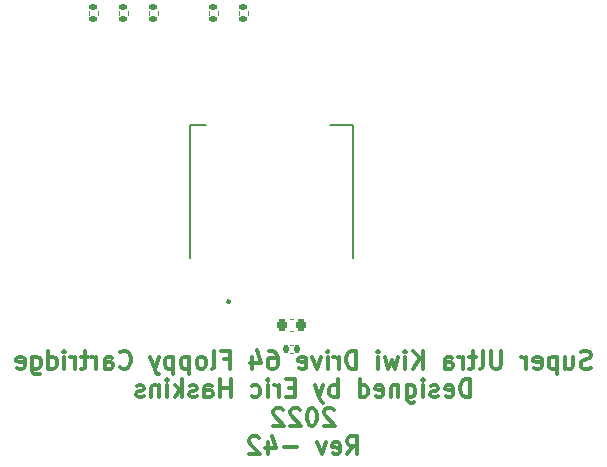
<source format=gbo>
%TF.GenerationSoftware,KiCad,Pcbnew,(6.0.5)*%
%TF.CreationDate,2022-10-23T19:39:55-05:00*%
%TF.ProjectId,floppy-console,666c6f70-7079-42d6-936f-6e736f6c652e,rev?*%
%TF.SameCoordinates,Original*%
%TF.FileFunction,Legend,Bot*%
%TF.FilePolarity,Positive*%
%FSLAX46Y46*%
G04 Gerber Fmt 4.6, Leading zero omitted, Abs format (unit mm)*
G04 Created by KiCad (PCBNEW (6.0.5)) date 2022-10-23 19:39:55*
%MOMM*%
%LPD*%
G01*
G04 APERTURE LIST*
G04 Aperture macros list*
%AMRoundRect*
0 Rectangle with rounded corners*
0 $1 Rounding radius*
0 $2 $3 $4 $5 $6 $7 $8 $9 X,Y pos of 4 corners*
0 Add a 4 corners polygon primitive as box body*
4,1,4,$2,$3,$4,$5,$6,$7,$8,$9,$2,$3,0*
0 Add four circle primitives for the rounded corners*
1,1,$1+$1,$2,$3*
1,1,$1+$1,$4,$5*
1,1,$1+$1,$6,$7*
1,1,$1+$1,$8,$9*
0 Add four rect primitives between the rounded corners*
20,1,$1+$1,$2,$3,$4,$5,0*
20,1,$1+$1,$4,$5,$6,$7,0*
20,1,$1+$1,$6,$7,$8,$9,0*
20,1,$1+$1,$8,$9,$2,$3,0*%
G04 Aperture macros list end*
%ADD10C,0.300000*%
%ADD11C,0.127000*%
%ADD12C,0.240000*%
%ADD13C,0.120000*%
%ADD14R,0.700000X2.000000*%
%ADD15R,2.700000X1.400000*%
%ADD16R,1.000000X2.600000*%
%ADD17R,1.500000X2.600000*%
%ADD18R,1.200000X1.200000*%
%ADD19C,2.000000*%
%ADD20RoundRect,0.381000X-0.381000X-3.111500X0.381000X-3.111500X0.381000X3.111500X-0.381000X3.111500X0*%
%ADD21RoundRect,0.381000X-0.381000X-3.429000X0.381000X-3.429000X0.381000X3.429000X-0.381000X3.429000X0*%
%ADD22RoundRect,0.385000X-0.385000X-3.640000X0.385000X-3.640000X0.385000X3.640000X-0.385000X3.640000X0*%
%ADD23RoundRect,0.225000X0.225000X0.250000X-0.225000X0.250000X-0.225000X-0.250000X0.225000X-0.250000X0*%
%ADD24RoundRect,0.135000X0.185000X-0.135000X0.185000X0.135000X-0.185000X0.135000X-0.185000X-0.135000X0*%
%ADD25RoundRect,0.140000X0.140000X0.170000X-0.140000X0.170000X-0.140000X-0.170000X0.140000X-0.170000X0*%
G04 APERTURE END LIST*
D10*
X167831428Y-90964642D02*
X167617142Y-91036071D01*
X167260000Y-91036071D01*
X167117142Y-90964642D01*
X167045714Y-90893214D01*
X166974285Y-90750357D01*
X166974285Y-90607500D01*
X167045714Y-90464642D01*
X167117142Y-90393214D01*
X167260000Y-90321785D01*
X167545714Y-90250357D01*
X167688571Y-90178928D01*
X167760000Y-90107500D01*
X167831428Y-89964642D01*
X167831428Y-89821785D01*
X167760000Y-89678928D01*
X167688571Y-89607500D01*
X167545714Y-89536071D01*
X167188571Y-89536071D01*
X166974285Y-89607500D01*
X165688571Y-90036071D02*
X165688571Y-91036071D01*
X166331428Y-90036071D02*
X166331428Y-90821785D01*
X166260000Y-90964642D01*
X166117142Y-91036071D01*
X165902857Y-91036071D01*
X165760000Y-90964642D01*
X165688571Y-90893214D01*
X164974285Y-90036071D02*
X164974285Y-91536071D01*
X164974285Y-90107500D02*
X164831428Y-90036071D01*
X164545714Y-90036071D01*
X164402857Y-90107500D01*
X164331428Y-90178928D01*
X164260000Y-90321785D01*
X164260000Y-90750357D01*
X164331428Y-90893214D01*
X164402857Y-90964642D01*
X164545714Y-91036071D01*
X164831428Y-91036071D01*
X164974285Y-90964642D01*
X163045714Y-90964642D02*
X163188571Y-91036071D01*
X163474285Y-91036071D01*
X163617142Y-90964642D01*
X163688571Y-90821785D01*
X163688571Y-90250357D01*
X163617142Y-90107500D01*
X163474285Y-90036071D01*
X163188571Y-90036071D01*
X163045714Y-90107500D01*
X162974285Y-90250357D01*
X162974285Y-90393214D01*
X163688571Y-90536071D01*
X162331428Y-91036071D02*
X162331428Y-90036071D01*
X162331428Y-90321785D02*
X162260000Y-90178928D01*
X162188571Y-90107500D01*
X162045714Y-90036071D01*
X161902857Y-90036071D01*
X160260000Y-89536071D02*
X160260000Y-90750357D01*
X160188571Y-90893214D01*
X160117142Y-90964642D01*
X159974285Y-91036071D01*
X159688571Y-91036071D01*
X159545714Y-90964642D01*
X159474285Y-90893214D01*
X159402857Y-90750357D01*
X159402857Y-89536071D01*
X158474285Y-91036071D02*
X158617142Y-90964642D01*
X158688571Y-90821785D01*
X158688571Y-89536071D01*
X158117142Y-90036071D02*
X157545714Y-90036071D01*
X157902857Y-89536071D02*
X157902857Y-90821785D01*
X157831428Y-90964642D01*
X157688571Y-91036071D01*
X157545714Y-91036071D01*
X157045714Y-91036071D02*
X157045714Y-90036071D01*
X157045714Y-90321785D02*
X156974285Y-90178928D01*
X156902857Y-90107500D01*
X156760000Y-90036071D01*
X156617142Y-90036071D01*
X155474285Y-91036071D02*
X155474285Y-90250357D01*
X155545714Y-90107500D01*
X155688571Y-90036071D01*
X155974285Y-90036071D01*
X156117142Y-90107500D01*
X155474285Y-90964642D02*
X155617142Y-91036071D01*
X155974285Y-91036071D01*
X156117142Y-90964642D01*
X156188571Y-90821785D01*
X156188571Y-90678928D01*
X156117142Y-90536071D01*
X155974285Y-90464642D01*
X155617142Y-90464642D01*
X155474285Y-90393214D01*
X153617142Y-91036071D02*
X153617142Y-89536071D01*
X152760000Y-91036071D02*
X153402857Y-90178928D01*
X152760000Y-89536071D02*
X153617142Y-90393214D01*
X152117142Y-91036071D02*
X152117142Y-90036071D01*
X152117142Y-89536071D02*
X152188571Y-89607500D01*
X152117142Y-89678928D01*
X152045714Y-89607500D01*
X152117142Y-89536071D01*
X152117142Y-89678928D01*
X151545714Y-90036071D02*
X151260000Y-91036071D01*
X150974285Y-90321785D01*
X150688571Y-91036071D01*
X150402857Y-90036071D01*
X149831428Y-91036071D02*
X149831428Y-90036071D01*
X149831428Y-89536071D02*
X149902857Y-89607500D01*
X149831428Y-89678928D01*
X149760000Y-89607500D01*
X149831428Y-89536071D01*
X149831428Y-89678928D01*
X147974285Y-91036071D02*
X147974285Y-89536071D01*
X147617142Y-89536071D01*
X147402857Y-89607500D01*
X147260000Y-89750357D01*
X147188571Y-89893214D01*
X147117142Y-90178928D01*
X147117142Y-90393214D01*
X147188571Y-90678928D01*
X147260000Y-90821785D01*
X147402857Y-90964642D01*
X147617142Y-91036071D01*
X147974285Y-91036071D01*
X146474285Y-91036071D02*
X146474285Y-90036071D01*
X146474285Y-90321785D02*
X146402857Y-90178928D01*
X146331428Y-90107500D01*
X146188571Y-90036071D01*
X146045714Y-90036071D01*
X145545714Y-91036071D02*
X145545714Y-90036071D01*
X145545714Y-89536071D02*
X145617142Y-89607500D01*
X145545714Y-89678928D01*
X145474285Y-89607500D01*
X145545714Y-89536071D01*
X145545714Y-89678928D01*
X144974285Y-90036071D02*
X144617142Y-91036071D01*
X144260000Y-90036071D01*
X143117142Y-90964642D02*
X143260000Y-91036071D01*
X143545714Y-91036071D01*
X143688571Y-90964642D01*
X143760000Y-90821785D01*
X143760000Y-90250357D01*
X143688571Y-90107500D01*
X143545714Y-90036071D01*
X143260000Y-90036071D01*
X143117142Y-90107500D01*
X143045714Y-90250357D01*
X143045714Y-90393214D01*
X143760000Y-90536071D01*
X140617142Y-89536071D02*
X140902857Y-89536071D01*
X141045714Y-89607500D01*
X141117142Y-89678928D01*
X141260000Y-89893214D01*
X141331428Y-90178928D01*
X141331428Y-90750357D01*
X141260000Y-90893214D01*
X141188571Y-90964642D01*
X141045714Y-91036071D01*
X140760000Y-91036071D01*
X140617142Y-90964642D01*
X140545714Y-90893214D01*
X140474285Y-90750357D01*
X140474285Y-90393214D01*
X140545714Y-90250357D01*
X140617142Y-90178928D01*
X140760000Y-90107500D01*
X141045714Y-90107500D01*
X141188571Y-90178928D01*
X141260000Y-90250357D01*
X141331428Y-90393214D01*
X139188571Y-90036071D02*
X139188571Y-91036071D01*
X139545714Y-89464642D02*
X139902857Y-90536071D01*
X138974285Y-90536071D01*
X136760000Y-90250357D02*
X137260000Y-90250357D01*
X137260000Y-91036071D02*
X137260000Y-89536071D01*
X136545714Y-89536071D01*
X135760000Y-91036071D02*
X135902857Y-90964642D01*
X135974285Y-90821785D01*
X135974285Y-89536071D01*
X134974285Y-91036071D02*
X135117142Y-90964642D01*
X135188571Y-90893214D01*
X135260000Y-90750357D01*
X135260000Y-90321785D01*
X135188571Y-90178928D01*
X135117142Y-90107500D01*
X134974285Y-90036071D01*
X134760000Y-90036071D01*
X134617142Y-90107500D01*
X134545714Y-90178928D01*
X134474285Y-90321785D01*
X134474285Y-90750357D01*
X134545714Y-90893214D01*
X134617142Y-90964642D01*
X134760000Y-91036071D01*
X134974285Y-91036071D01*
X133831428Y-90036071D02*
X133831428Y-91536071D01*
X133831428Y-90107500D02*
X133688571Y-90036071D01*
X133402857Y-90036071D01*
X133260000Y-90107500D01*
X133188571Y-90178928D01*
X133117142Y-90321785D01*
X133117142Y-90750357D01*
X133188571Y-90893214D01*
X133260000Y-90964642D01*
X133402857Y-91036071D01*
X133688571Y-91036071D01*
X133831428Y-90964642D01*
X132474285Y-90036071D02*
X132474285Y-91536071D01*
X132474285Y-90107500D02*
X132331428Y-90036071D01*
X132045714Y-90036071D01*
X131902857Y-90107500D01*
X131831428Y-90178928D01*
X131760000Y-90321785D01*
X131760000Y-90750357D01*
X131831428Y-90893214D01*
X131902857Y-90964642D01*
X132045714Y-91036071D01*
X132331428Y-91036071D01*
X132474285Y-90964642D01*
X131260000Y-90036071D02*
X130902857Y-91036071D01*
X130545714Y-90036071D02*
X130902857Y-91036071D01*
X131045714Y-91393214D01*
X131117142Y-91464642D01*
X131260000Y-91536071D01*
X127974285Y-90893214D02*
X128045714Y-90964642D01*
X128260000Y-91036071D01*
X128402857Y-91036071D01*
X128617142Y-90964642D01*
X128760000Y-90821785D01*
X128831428Y-90678928D01*
X128902857Y-90393214D01*
X128902857Y-90178928D01*
X128831428Y-89893214D01*
X128760000Y-89750357D01*
X128617142Y-89607500D01*
X128402857Y-89536071D01*
X128260000Y-89536071D01*
X128045714Y-89607500D01*
X127974285Y-89678928D01*
X126688571Y-91036071D02*
X126688571Y-90250357D01*
X126760000Y-90107500D01*
X126902857Y-90036071D01*
X127188571Y-90036071D01*
X127331428Y-90107500D01*
X126688571Y-90964642D02*
X126831428Y-91036071D01*
X127188571Y-91036071D01*
X127331428Y-90964642D01*
X127402857Y-90821785D01*
X127402857Y-90678928D01*
X127331428Y-90536071D01*
X127188571Y-90464642D01*
X126831428Y-90464642D01*
X126688571Y-90393214D01*
X125974285Y-91036071D02*
X125974285Y-90036071D01*
X125974285Y-90321785D02*
X125902857Y-90178928D01*
X125831428Y-90107500D01*
X125688571Y-90036071D01*
X125545714Y-90036071D01*
X125260000Y-90036071D02*
X124688571Y-90036071D01*
X125045714Y-89536071D02*
X125045714Y-90821785D01*
X124974285Y-90964642D01*
X124831428Y-91036071D01*
X124688571Y-91036071D01*
X124188571Y-91036071D02*
X124188571Y-90036071D01*
X124188571Y-90321785D02*
X124117142Y-90178928D01*
X124045714Y-90107500D01*
X123902857Y-90036071D01*
X123760000Y-90036071D01*
X123260000Y-91036071D02*
X123260000Y-90036071D01*
X123260000Y-89536071D02*
X123331428Y-89607500D01*
X123260000Y-89678928D01*
X123188571Y-89607500D01*
X123260000Y-89536071D01*
X123260000Y-89678928D01*
X121902857Y-91036071D02*
X121902857Y-89536071D01*
X121902857Y-90964642D02*
X122045714Y-91036071D01*
X122331428Y-91036071D01*
X122474285Y-90964642D01*
X122545714Y-90893214D01*
X122617142Y-90750357D01*
X122617142Y-90321785D01*
X122545714Y-90178928D01*
X122474285Y-90107500D01*
X122331428Y-90036071D01*
X122045714Y-90036071D01*
X121902857Y-90107500D01*
X120545714Y-90036071D02*
X120545714Y-91250357D01*
X120617142Y-91393214D01*
X120688571Y-91464642D01*
X120831428Y-91536071D01*
X121045714Y-91536071D01*
X121188571Y-91464642D01*
X120545714Y-90964642D02*
X120688571Y-91036071D01*
X120974285Y-91036071D01*
X121117142Y-90964642D01*
X121188571Y-90893214D01*
X121260000Y-90750357D01*
X121260000Y-90321785D01*
X121188571Y-90178928D01*
X121117142Y-90107500D01*
X120974285Y-90036071D01*
X120688571Y-90036071D01*
X120545714Y-90107500D01*
X119260000Y-90964642D02*
X119402857Y-91036071D01*
X119688571Y-91036071D01*
X119831428Y-90964642D01*
X119902857Y-90821785D01*
X119902857Y-90250357D01*
X119831428Y-90107500D01*
X119688571Y-90036071D01*
X119402857Y-90036071D01*
X119260000Y-90107500D01*
X119188571Y-90250357D01*
X119188571Y-90393214D01*
X119902857Y-90536071D01*
X157617142Y-93451071D02*
X157617142Y-91951071D01*
X157260000Y-91951071D01*
X157045714Y-92022500D01*
X156902857Y-92165357D01*
X156831428Y-92308214D01*
X156760000Y-92593928D01*
X156760000Y-92808214D01*
X156831428Y-93093928D01*
X156902857Y-93236785D01*
X157045714Y-93379642D01*
X157260000Y-93451071D01*
X157617142Y-93451071D01*
X155545714Y-93379642D02*
X155688571Y-93451071D01*
X155974285Y-93451071D01*
X156117142Y-93379642D01*
X156188571Y-93236785D01*
X156188571Y-92665357D01*
X156117142Y-92522500D01*
X155974285Y-92451071D01*
X155688571Y-92451071D01*
X155545714Y-92522500D01*
X155474285Y-92665357D01*
X155474285Y-92808214D01*
X156188571Y-92951071D01*
X154902857Y-93379642D02*
X154760000Y-93451071D01*
X154474285Y-93451071D01*
X154331428Y-93379642D01*
X154260000Y-93236785D01*
X154260000Y-93165357D01*
X154331428Y-93022500D01*
X154474285Y-92951071D01*
X154688571Y-92951071D01*
X154831428Y-92879642D01*
X154902857Y-92736785D01*
X154902857Y-92665357D01*
X154831428Y-92522500D01*
X154688571Y-92451071D01*
X154474285Y-92451071D01*
X154331428Y-92522500D01*
X153617142Y-93451071D02*
X153617142Y-92451071D01*
X153617142Y-91951071D02*
X153688571Y-92022500D01*
X153617142Y-92093928D01*
X153545714Y-92022500D01*
X153617142Y-91951071D01*
X153617142Y-92093928D01*
X152260000Y-92451071D02*
X152260000Y-93665357D01*
X152331428Y-93808214D01*
X152402857Y-93879642D01*
X152545714Y-93951071D01*
X152760000Y-93951071D01*
X152902857Y-93879642D01*
X152260000Y-93379642D02*
X152402857Y-93451071D01*
X152688571Y-93451071D01*
X152831428Y-93379642D01*
X152902857Y-93308214D01*
X152974285Y-93165357D01*
X152974285Y-92736785D01*
X152902857Y-92593928D01*
X152831428Y-92522500D01*
X152688571Y-92451071D01*
X152402857Y-92451071D01*
X152260000Y-92522500D01*
X151545714Y-92451071D02*
X151545714Y-93451071D01*
X151545714Y-92593928D02*
X151474285Y-92522500D01*
X151331428Y-92451071D01*
X151117142Y-92451071D01*
X150974285Y-92522500D01*
X150902857Y-92665357D01*
X150902857Y-93451071D01*
X149617142Y-93379642D02*
X149760000Y-93451071D01*
X150045714Y-93451071D01*
X150188571Y-93379642D01*
X150260000Y-93236785D01*
X150260000Y-92665357D01*
X150188571Y-92522500D01*
X150045714Y-92451071D01*
X149760000Y-92451071D01*
X149617142Y-92522500D01*
X149545714Y-92665357D01*
X149545714Y-92808214D01*
X150260000Y-92951071D01*
X148260000Y-93451071D02*
X148260000Y-91951071D01*
X148260000Y-93379642D02*
X148402857Y-93451071D01*
X148688571Y-93451071D01*
X148831428Y-93379642D01*
X148902857Y-93308214D01*
X148974285Y-93165357D01*
X148974285Y-92736785D01*
X148902857Y-92593928D01*
X148831428Y-92522500D01*
X148688571Y-92451071D01*
X148402857Y-92451071D01*
X148260000Y-92522500D01*
X146402857Y-93451071D02*
X146402857Y-91951071D01*
X146402857Y-92522500D02*
X146260000Y-92451071D01*
X145974285Y-92451071D01*
X145831428Y-92522500D01*
X145760000Y-92593928D01*
X145688571Y-92736785D01*
X145688571Y-93165357D01*
X145760000Y-93308214D01*
X145831428Y-93379642D01*
X145974285Y-93451071D01*
X146260000Y-93451071D01*
X146402857Y-93379642D01*
X145188571Y-92451071D02*
X144831428Y-93451071D01*
X144474285Y-92451071D02*
X144831428Y-93451071D01*
X144974285Y-93808214D01*
X145045714Y-93879642D01*
X145188571Y-93951071D01*
X142760000Y-92665357D02*
X142260000Y-92665357D01*
X142045714Y-93451071D02*
X142760000Y-93451071D01*
X142760000Y-91951071D01*
X142045714Y-91951071D01*
X141402857Y-93451071D02*
X141402857Y-92451071D01*
X141402857Y-92736785D02*
X141331428Y-92593928D01*
X141260000Y-92522500D01*
X141117142Y-92451071D01*
X140974285Y-92451071D01*
X140474285Y-93451071D02*
X140474285Y-92451071D01*
X140474285Y-91951071D02*
X140545714Y-92022500D01*
X140474285Y-92093928D01*
X140402857Y-92022500D01*
X140474285Y-91951071D01*
X140474285Y-92093928D01*
X139117142Y-93379642D02*
X139260000Y-93451071D01*
X139545714Y-93451071D01*
X139688571Y-93379642D01*
X139760000Y-93308214D01*
X139831428Y-93165357D01*
X139831428Y-92736785D01*
X139760000Y-92593928D01*
X139688571Y-92522500D01*
X139545714Y-92451071D01*
X139260000Y-92451071D01*
X139117142Y-92522500D01*
X137331428Y-93451071D02*
X137331428Y-91951071D01*
X137331428Y-92665357D02*
X136474285Y-92665357D01*
X136474285Y-93451071D02*
X136474285Y-91951071D01*
X135117142Y-93451071D02*
X135117142Y-92665357D01*
X135188571Y-92522500D01*
X135331428Y-92451071D01*
X135617142Y-92451071D01*
X135760000Y-92522500D01*
X135117142Y-93379642D02*
X135260000Y-93451071D01*
X135617142Y-93451071D01*
X135760000Y-93379642D01*
X135831428Y-93236785D01*
X135831428Y-93093928D01*
X135760000Y-92951071D01*
X135617142Y-92879642D01*
X135260000Y-92879642D01*
X135117142Y-92808214D01*
X134474285Y-93379642D02*
X134331428Y-93451071D01*
X134045714Y-93451071D01*
X133902857Y-93379642D01*
X133831428Y-93236785D01*
X133831428Y-93165357D01*
X133902857Y-93022500D01*
X134045714Y-92951071D01*
X134260000Y-92951071D01*
X134402857Y-92879642D01*
X134474285Y-92736785D01*
X134474285Y-92665357D01*
X134402857Y-92522500D01*
X134260000Y-92451071D01*
X134045714Y-92451071D01*
X133902857Y-92522500D01*
X133188571Y-93451071D02*
X133188571Y-91951071D01*
X133045714Y-92879642D02*
X132617142Y-93451071D01*
X132617142Y-92451071D02*
X133188571Y-93022500D01*
X131974285Y-93451071D02*
X131974285Y-92451071D01*
X131974285Y-91951071D02*
X132045714Y-92022500D01*
X131974285Y-92093928D01*
X131902857Y-92022500D01*
X131974285Y-91951071D01*
X131974285Y-92093928D01*
X131260000Y-92451071D02*
X131260000Y-93451071D01*
X131260000Y-92593928D02*
X131188571Y-92522500D01*
X131045714Y-92451071D01*
X130831428Y-92451071D01*
X130688571Y-92522500D01*
X130617142Y-92665357D01*
X130617142Y-93451071D01*
X129974285Y-93379642D02*
X129831428Y-93451071D01*
X129545714Y-93451071D01*
X129402857Y-93379642D01*
X129331428Y-93236785D01*
X129331428Y-93165357D01*
X129402857Y-93022500D01*
X129545714Y-92951071D01*
X129760000Y-92951071D01*
X129902857Y-92879642D01*
X129974285Y-92736785D01*
X129974285Y-92665357D01*
X129902857Y-92522500D01*
X129760000Y-92451071D01*
X129545714Y-92451071D01*
X129402857Y-92522500D01*
X146081428Y-94508928D02*
X146010000Y-94437500D01*
X145867142Y-94366071D01*
X145510000Y-94366071D01*
X145367142Y-94437500D01*
X145295714Y-94508928D01*
X145224285Y-94651785D01*
X145224285Y-94794642D01*
X145295714Y-95008928D01*
X146152857Y-95866071D01*
X145224285Y-95866071D01*
X144295714Y-94366071D02*
X144152857Y-94366071D01*
X144010000Y-94437500D01*
X143938571Y-94508928D01*
X143867142Y-94651785D01*
X143795714Y-94937500D01*
X143795714Y-95294642D01*
X143867142Y-95580357D01*
X143938571Y-95723214D01*
X144010000Y-95794642D01*
X144152857Y-95866071D01*
X144295714Y-95866071D01*
X144438571Y-95794642D01*
X144510000Y-95723214D01*
X144581428Y-95580357D01*
X144652857Y-95294642D01*
X144652857Y-94937500D01*
X144581428Y-94651785D01*
X144510000Y-94508928D01*
X144438571Y-94437500D01*
X144295714Y-94366071D01*
X143224285Y-94508928D02*
X143152857Y-94437500D01*
X143010000Y-94366071D01*
X142652857Y-94366071D01*
X142510000Y-94437500D01*
X142438571Y-94508928D01*
X142367142Y-94651785D01*
X142367142Y-94794642D01*
X142438571Y-95008928D01*
X143295714Y-95866071D01*
X142367142Y-95866071D01*
X141795714Y-94508928D02*
X141724285Y-94437500D01*
X141581428Y-94366071D01*
X141224285Y-94366071D01*
X141081428Y-94437500D01*
X141010000Y-94508928D01*
X140938571Y-94651785D01*
X140938571Y-94794642D01*
X141010000Y-95008928D01*
X141867142Y-95866071D01*
X140938571Y-95866071D01*
X147188571Y-98281071D02*
X147688571Y-97566785D01*
X148045714Y-98281071D02*
X148045714Y-96781071D01*
X147474285Y-96781071D01*
X147331428Y-96852500D01*
X147260000Y-96923928D01*
X147188571Y-97066785D01*
X147188571Y-97281071D01*
X147260000Y-97423928D01*
X147331428Y-97495357D01*
X147474285Y-97566785D01*
X148045714Y-97566785D01*
X145974285Y-98209642D02*
X146117142Y-98281071D01*
X146402857Y-98281071D01*
X146545714Y-98209642D01*
X146617142Y-98066785D01*
X146617142Y-97495357D01*
X146545714Y-97352500D01*
X146402857Y-97281071D01*
X146117142Y-97281071D01*
X145974285Y-97352500D01*
X145902857Y-97495357D01*
X145902857Y-97638214D01*
X146617142Y-97781071D01*
X145402857Y-97281071D02*
X145045714Y-98281071D01*
X144688571Y-97281071D01*
X142974285Y-97709642D02*
X141831428Y-97709642D01*
X140474285Y-97281071D02*
X140474285Y-98281071D01*
X140831428Y-96709642D02*
X141188571Y-97781071D01*
X140260000Y-97781071D01*
X139760000Y-96923928D02*
X139688571Y-96852500D01*
X139545714Y-96781071D01*
X139188571Y-96781071D01*
X139045714Y-96852500D01*
X138974285Y-96923928D01*
X138902857Y-97066785D01*
X138902857Y-97209642D01*
X138974285Y-97423928D01*
X139831428Y-98281071D01*
X138902857Y-98281071D01*
D11*
%TO.C,J1*%
X147670000Y-70420000D02*
X145796000Y-70420000D01*
X147670000Y-81670000D02*
X147670000Y-70420000D01*
X133870000Y-70420000D02*
X133870000Y-81670000D01*
X133870000Y-70420000D02*
X135270000Y-70420000D01*
D12*
X137290000Y-85370000D02*
G75*
G03*
X137290000Y-85370000I-120000J0D01*
G01*
D13*
%TO.C,C1*%
X142634580Y-86866000D02*
X142353420Y-86866000D01*
X142634580Y-87886000D02*
X142353420Y-87886000D01*
%TO.C,R4*%
X128650000Y-61113641D02*
X128650000Y-60806359D01*
X127890000Y-61113641D02*
X127890000Y-60806359D01*
%TO.C,R7*%
X138810000Y-61113641D02*
X138810000Y-60806359D01*
X138050000Y-61113641D02*
X138050000Y-60806359D01*
%TO.C,C2*%
X142601836Y-89016000D02*
X142386164Y-89016000D01*
X142601836Y-89736000D02*
X142386164Y-89736000D01*
%TO.C,R3*%
X125350000Y-61113641D02*
X125350000Y-60806359D01*
X126110000Y-61113641D02*
X126110000Y-60806359D01*
%TO.C,R6*%
X136270000Y-61113641D02*
X136270000Y-60806359D01*
X135510000Y-61113641D02*
X135510000Y-60806359D01*
%TO.C,R5*%
X131190000Y-61113641D02*
X131190000Y-60806359D01*
X130430000Y-61113641D02*
X130430000Y-60806359D01*
%TD*%
%LPC*%
%TO.C,U1*%
X111760000Y-50800000D02*
X175260000Y-50800000D01*
X175260000Y-50800000D02*
X175260000Y-58420000D01*
X175260000Y-58420000D02*
X111760000Y-58420000D01*
X111760000Y-58420000D02*
X111760000Y-50800000D01*
G36*
X111760000Y-50800000D02*
G01*
X175260000Y-50800000D01*
X175260000Y-58420000D01*
X111760000Y-58420000D01*
X111760000Y-50800000D01*
G37*
%TD*%
D14*
%TO.C,J1*%
X137770000Y-83820000D03*
X138870000Y-83820000D03*
X139970000Y-83820000D03*
X141070000Y-83820000D03*
X142170000Y-83820000D03*
X143270000Y-83820000D03*
X144370000Y-83820000D03*
X145470000Y-83820000D03*
D15*
X139170000Y-71120000D03*
D16*
X147570000Y-83320000D03*
D17*
X134220000Y-83320000D03*
D15*
X144070000Y-71120000D03*
D18*
X136120000Y-71020000D03*
%TD*%
D19*
%TO.C,REF\u002A\u002A*%
X184150000Y-59690000D03*
%TD*%
%TO.C,*%
X102870000Y-128270000D03*
%TD*%
D20*
%TO.C,U1*%
X119380000Y-56197500D03*
D21*
X121920000Y-55880000D03*
X124460000Y-55880000D03*
X127000000Y-55880000D03*
X129476500Y-55880000D03*
D22*
X132080000Y-55676800D03*
D21*
X134620000Y-55880000D03*
X137160000Y-55880000D03*
X139774080Y-55880000D03*
X142240000Y-55880000D03*
X165100000Y-55880000D03*
D22*
X167640000Y-55665000D03*
%TD*%
D19*
%TO.C,*%
X102870000Y-58420000D03*
%TD*%
%TO.C,*%
X184150000Y-129540000D03*
%TD*%
D23*
%TO.C,C1*%
X141719000Y-87376000D03*
X143269000Y-87376000D03*
%TD*%
D24*
%TO.C,R4*%
X128270000Y-61470000D03*
X128270000Y-60450000D03*
%TD*%
%TO.C,R7*%
X138430000Y-61470000D03*
X138430000Y-60450000D03*
%TD*%
D25*
%TO.C,C2*%
X142974000Y-89376000D03*
X142014000Y-89376000D03*
%TD*%
D24*
%TO.C,R3*%
X125730000Y-61470000D03*
X125730000Y-60450000D03*
%TD*%
%TO.C,R6*%
X135890000Y-61470000D03*
X135890000Y-60450000D03*
%TD*%
%TO.C,R5*%
X130810000Y-61470000D03*
X130810000Y-60450000D03*
%TD*%
M02*

</source>
